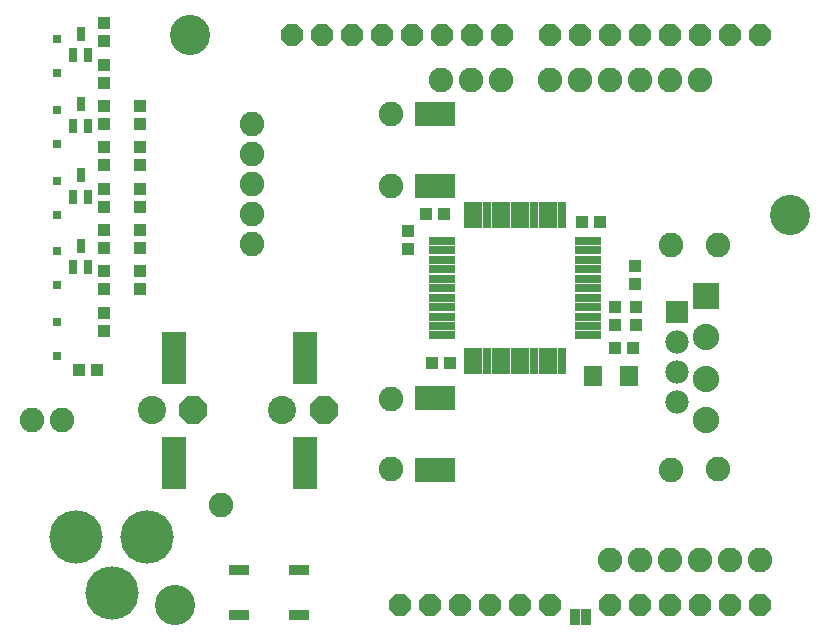
<source format=gts>
G75*
G70*
%OFA0B0*%
%FSLAX24Y24*%
%IPPOS*%
%LPD*%
%AMOC8*
5,1,8,0,0,1.08239X$1,22.5*
%
%ADD10C,0.1340*%
%ADD11OC8,0.0740*%
%ADD12R,0.0277X0.0867*%
%ADD13R,0.0631X0.0867*%
%ADD14R,0.0867X0.0277*%
%ADD15C,0.1780*%
%ADD16R,0.0315X0.0276*%
%ADD17R,0.0840X0.1780*%
%ADD18R,0.0880X0.0880*%
%ADD19C,0.0880*%
%ADD20C,0.0820*%
%ADD21R,0.0395X0.0395*%
%ADD22R,0.1340X0.0789*%
%ADD23R,0.0680X0.0380*%
%ADD24R,0.0316X0.0474*%
%ADD25C,0.0780*%
%ADD26R,0.0780X0.0780*%
%ADD27R,0.0330X0.0580*%
%ADD28R,0.0592X0.0710*%
%ADD29C,0.0940*%
%ADD30OC8,0.0940*%
D10*
X008302Y002280D03*
X028802Y015280D03*
X008802Y021280D03*
D11*
X012202Y021280D03*
X013202Y021280D03*
X014202Y021280D03*
X015202Y021280D03*
X016202Y021280D03*
X017202Y021280D03*
X018202Y021280D03*
X019202Y021280D03*
X020802Y021280D03*
X021802Y021280D03*
X022802Y021280D03*
X023802Y021280D03*
X024802Y021280D03*
X025802Y021280D03*
X026802Y021280D03*
X027802Y021280D03*
X027802Y002280D03*
X026802Y002280D03*
X025802Y002280D03*
X024802Y002280D03*
X023802Y002280D03*
X022802Y002280D03*
X020802Y002280D03*
X019802Y002280D03*
X018802Y002280D03*
X017802Y002280D03*
X016802Y002280D03*
X015802Y002280D03*
D12*
X018707Y010389D03*
X020282Y010389D03*
X021227Y010389D03*
X021227Y015271D03*
X020282Y015271D03*
X018707Y015271D03*
D13*
X018237Y015271D03*
X019172Y015271D03*
X019812Y015271D03*
X020757Y015271D03*
X020757Y010389D03*
X019812Y010389D03*
X019172Y010389D03*
X018237Y010389D03*
D14*
X017211Y011255D03*
X017211Y011570D03*
X017211Y011885D03*
X017211Y012200D03*
X017211Y012515D03*
X017211Y012830D03*
X017211Y013145D03*
X017211Y013460D03*
X017211Y013775D03*
X017211Y014090D03*
X017211Y014405D03*
X022093Y014405D03*
X022093Y014090D03*
X022093Y013775D03*
X022093Y013460D03*
X022093Y013145D03*
X022093Y012830D03*
X022093Y012515D03*
X022093Y012200D03*
X022093Y011885D03*
X022093Y011570D03*
X022093Y011255D03*
D15*
X005024Y004530D03*
X006205Y002680D03*
X007387Y004530D03*
D16*
X004392Y010560D03*
X004392Y011701D03*
X004392Y012926D03*
X004392Y014067D03*
X004377Y015276D03*
X004377Y016418D03*
X004377Y017638D03*
X004377Y018780D03*
X004377Y020000D03*
X004377Y021142D03*
D17*
X008284Y010504D03*
X008284Y007004D03*
X012637Y007004D03*
X012637Y010504D03*
D18*
X026005Y012569D03*
D19*
X026005Y011191D03*
X026005Y009813D03*
X026005Y008436D03*
D20*
X026424Y006792D03*
X024849Y006772D03*
X024802Y003780D03*
X023802Y003780D03*
X022802Y003780D03*
X025802Y003780D03*
X026802Y003780D03*
X027802Y003780D03*
X015499Y006792D03*
X015499Y009154D03*
X009849Y005591D03*
X004546Y008422D03*
X003546Y008422D03*
X010883Y014300D03*
X010883Y015300D03*
X010883Y016300D03*
X010883Y017300D03*
X010883Y018300D03*
X015499Y018642D03*
X017174Y019780D03*
X018174Y019780D03*
X019174Y019780D03*
X020802Y019780D03*
X021802Y019780D03*
X022802Y019780D03*
X023802Y019780D03*
X024802Y019780D03*
X025802Y019780D03*
X026424Y014272D03*
X024849Y014272D03*
X015499Y016241D03*
D21*
X016669Y015313D03*
X017269Y015313D03*
X016068Y014724D03*
X016068Y014124D03*
X016882Y010337D03*
X017482Y010337D03*
X022974Y010827D03*
X023574Y010827D03*
X023668Y011610D03*
X023668Y012210D03*
X022975Y012212D03*
X022975Y011612D03*
X023660Y012964D03*
X023660Y013564D03*
X022472Y015050D03*
X021872Y015050D03*
X007133Y014769D03*
X007133Y014169D03*
X007133Y013391D03*
X007133Y012791D03*
X005951Y012791D03*
X005951Y013391D03*
X005951Y014169D03*
X005951Y014769D03*
X005951Y015547D03*
X005951Y016147D03*
X005951Y016925D03*
X005951Y017525D03*
X005951Y018303D03*
X005951Y018903D03*
X005951Y019681D03*
X005951Y020281D03*
X005951Y021059D03*
X005951Y021659D03*
X007133Y018903D03*
X007133Y018303D03*
X007133Y017525D03*
X007133Y016925D03*
X007133Y016147D03*
X007133Y015547D03*
X005951Y012013D03*
X005951Y011413D03*
X005700Y010117D03*
X005100Y010117D03*
D22*
X016973Y009175D03*
X016973Y006775D03*
X016977Y016230D03*
X016977Y018630D03*
D23*
X012451Y003439D03*
X012451Y001939D03*
X010451Y001939D03*
X010451Y003439D03*
D24*
X005420Y013524D03*
X004908Y013524D03*
X005164Y014233D03*
X004908Y015886D03*
X005420Y015886D03*
X005164Y016595D03*
X004908Y018249D03*
X005420Y018249D03*
X005164Y018957D03*
X004908Y020611D03*
X005420Y020611D03*
X005164Y021319D03*
D25*
X025046Y011032D03*
X025046Y010032D03*
X025046Y009032D03*
D26*
X025046Y012032D03*
D27*
X021995Y001871D03*
X021640Y001871D03*
D28*
X022241Y009902D03*
X023441Y009902D03*
D29*
X011894Y008760D03*
X007544Y008760D03*
D30*
X008919Y008760D03*
X013269Y008760D03*
M02*

</source>
